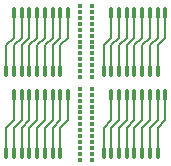
<source format=gbr>
G04 #@! TF.GenerationSoftware,KiCad,Pcbnew,5.1.5*
G04 #@! TF.CreationDate,2020-05-28T11:24:39+03:00*
G04 #@! TF.ProjectId,hc245t-bypass-panel,68633234-3574-42d6-9279-706173732d70,rev?*
G04 #@! TF.SameCoordinates,Original*
G04 #@! TF.FileFunction,Copper,L2,Bot*
G04 #@! TF.FilePolarity,Positive*
%FSLAX46Y46*%
G04 Gerber Fmt 4.6, Leading zero omitted, Abs format (unit mm)*
G04 Created by KiCad (PCBNEW 5.1.5) date 2020-05-28 11:24:39*
%MOMM*%
%LPD*%
G04 APERTURE LIST*
%ADD10O,0.400000X1.000000*%
%ADD11C,0.400000*%
%ADD12C,0.200000*%
G04 APERTURE END LIST*
D10*
X20730000Y-20546000D03*
X20080000Y-20546000D03*
X20730000Y-25454000D03*
X23330000Y-25454000D03*
X23980000Y-20546000D03*
X22680000Y-25454000D03*
X22680000Y-20546000D03*
X19430000Y-20546000D03*
X18780000Y-25454000D03*
X21380000Y-25454000D03*
X23330000Y-20546000D03*
X21380000Y-20546000D03*
X22030000Y-20546000D03*
X19430000Y-25454000D03*
X22030000Y-25454000D03*
X20080000Y-25454000D03*
X21380000Y-32454000D03*
X23330000Y-32454000D03*
X19430000Y-32454000D03*
X20080000Y-32454000D03*
X23980000Y-27546000D03*
X22680000Y-32454000D03*
X20730000Y-32454000D03*
X20080000Y-27546000D03*
X23330000Y-27546000D03*
X18780000Y-32454000D03*
X20730000Y-27546000D03*
X19430000Y-27546000D03*
X21380000Y-27546000D03*
X22680000Y-27546000D03*
X22030000Y-27546000D03*
X22030000Y-32454000D03*
X28970000Y-27546000D03*
X28970000Y-32454000D03*
X27020000Y-32454000D03*
X31570000Y-27546000D03*
X30920000Y-32454000D03*
X30920000Y-27546000D03*
X32220000Y-27546000D03*
X31570000Y-32454000D03*
X28320000Y-32454000D03*
X29620000Y-27546000D03*
X30270000Y-27546000D03*
X27670000Y-27546000D03*
X27670000Y-32454000D03*
X30270000Y-32454000D03*
X29620000Y-32454000D03*
X28320000Y-27546000D03*
X31570000Y-25454000D03*
X32220000Y-20546000D03*
X30920000Y-25454000D03*
X31570000Y-20546000D03*
X30270000Y-25454000D03*
X30920000Y-20546000D03*
X29620000Y-25454000D03*
X30270000Y-20546000D03*
X28970000Y-25454000D03*
X29620000Y-20546000D03*
X28320000Y-25454000D03*
X28970000Y-20546000D03*
X27670000Y-25454000D03*
X28320000Y-20546000D03*
X27020000Y-25454000D03*
X27670000Y-20546000D03*
D11*
X25000000Y-20000000D03*
X26000000Y-20000000D03*
X25000000Y-20500000D03*
X26000000Y-20500000D03*
X25000000Y-21000000D03*
X26000000Y-21000000D03*
X25000000Y-21500000D03*
X26000000Y-21500000D03*
X25000000Y-22000000D03*
X26000000Y-22000000D03*
X25000000Y-22500000D03*
X26000000Y-22500000D03*
X25000000Y-23000000D03*
X26000000Y-23000000D03*
X25000000Y-23500000D03*
X26000000Y-23500000D03*
X25000000Y-24000000D03*
X26000000Y-24000000D03*
X25000000Y-24500000D03*
X26000000Y-24500000D03*
X25000000Y-25000000D03*
X26000000Y-25000000D03*
X25000000Y-25500000D03*
X26000000Y-25500000D03*
X25000000Y-26000000D03*
X26000000Y-26000000D03*
X25000000Y-27000000D03*
X26000000Y-27000000D03*
X25000000Y-27500000D03*
X26000000Y-27500000D03*
X25000000Y-28000000D03*
X26000000Y-28000000D03*
X25000000Y-28500000D03*
X26000000Y-28500000D03*
X25000000Y-29000000D03*
X26000000Y-29000000D03*
X25000000Y-29500000D03*
X26000000Y-29500000D03*
X25000000Y-30000000D03*
X26000000Y-30000000D03*
X25000000Y-30500000D03*
X26000000Y-30500000D03*
X25000000Y-31000000D03*
X26000000Y-31000000D03*
X25000000Y-31500000D03*
X26000000Y-31500000D03*
X25000000Y-32000000D03*
X26000000Y-32000000D03*
X25000000Y-32500000D03*
X26000000Y-32500000D03*
X25000000Y-33000000D03*
X26000000Y-33000000D03*
D12*
X27020000Y-25200000D02*
X27020000Y-23330000D01*
X27670000Y-22680000D02*
X27670000Y-20800000D01*
X27020000Y-23330000D02*
X27670000Y-22680000D01*
X27020000Y-30330000D02*
X27670000Y-29680000D01*
X27020000Y-32200000D02*
X27020000Y-30330000D01*
X27670000Y-29680000D02*
X27670000Y-27800000D01*
X23330000Y-30320000D02*
X23330000Y-32200000D01*
X23980000Y-29670000D02*
X23330000Y-30320000D01*
X23980000Y-27800000D02*
X23980000Y-29670000D01*
X23330000Y-23320000D02*
X23330000Y-25200000D01*
X23980000Y-22670000D02*
X23330000Y-23320000D01*
X23980000Y-20800000D02*
X23980000Y-22670000D01*
X28320000Y-22680000D02*
X28320000Y-20800000D01*
X27670000Y-25200000D02*
X27670000Y-23330000D01*
X27670000Y-23330000D02*
X28320000Y-22680000D01*
X27670000Y-30330000D02*
X28320000Y-29680000D01*
X27670000Y-32200000D02*
X27670000Y-30330000D01*
X28320000Y-29680000D02*
X28320000Y-27800000D01*
X23330000Y-27800000D02*
X23330000Y-29670000D01*
X23330000Y-29670000D02*
X22680000Y-30320000D01*
X22680000Y-30320000D02*
X22680000Y-32200000D01*
X22680000Y-23320000D02*
X22680000Y-25200000D01*
X23330000Y-20800000D02*
X23330000Y-22670000D01*
X23330000Y-22670000D02*
X22680000Y-23320000D01*
X28970000Y-22680000D02*
X28970000Y-20800000D01*
X28320000Y-25200000D02*
X28320000Y-23330000D01*
X28320000Y-23330000D02*
X28970000Y-22680000D01*
X28970000Y-29680000D02*
X28970000Y-27800000D01*
X28320000Y-32200000D02*
X28320000Y-30330000D01*
X28320000Y-30330000D02*
X28970000Y-29680000D01*
X22680000Y-27800000D02*
X22680000Y-29670000D01*
X22030000Y-30320000D02*
X22030000Y-32200000D01*
X22680000Y-29670000D02*
X22030000Y-30320000D01*
X22680000Y-22670000D02*
X22030000Y-23320000D01*
X22030000Y-23320000D02*
X22030000Y-25200000D01*
X22680000Y-20800000D02*
X22680000Y-22670000D01*
X29620000Y-22680000D02*
X29620000Y-20800000D01*
X28970000Y-25200000D02*
X28970000Y-23330000D01*
X28970000Y-23330000D02*
X29620000Y-22680000D01*
X28970000Y-32200000D02*
X28970000Y-30330000D01*
X28970000Y-30330000D02*
X29620000Y-29680000D01*
X29620000Y-29680000D02*
X29620000Y-27800000D01*
X22030000Y-29670000D02*
X21380000Y-30320000D01*
X21380000Y-30320000D02*
X21380000Y-32200000D01*
X22030000Y-27800000D02*
X22030000Y-29670000D01*
X21380000Y-23320000D02*
X21380000Y-25200000D01*
X22030000Y-22670000D02*
X21380000Y-23320000D01*
X22030000Y-20800000D02*
X22030000Y-22670000D01*
X30270000Y-22680000D02*
X30270000Y-20800000D01*
X29620000Y-25200000D02*
X29620000Y-23330000D01*
X29620000Y-23330000D02*
X30270000Y-22680000D01*
X29620000Y-30330000D02*
X30270000Y-29680000D01*
X30270000Y-29680000D02*
X30270000Y-27800000D01*
X29620000Y-32200000D02*
X29620000Y-30330000D01*
X21380000Y-27800000D02*
X21380000Y-29670000D01*
X20730000Y-30320000D02*
X20730000Y-32200000D01*
X21380000Y-29670000D02*
X20730000Y-30320000D01*
X20730000Y-23320000D02*
X20730000Y-25200000D01*
X21380000Y-22670000D02*
X20730000Y-23320000D01*
X21380000Y-20800000D02*
X21380000Y-22670000D01*
X30920000Y-22680000D02*
X30920000Y-20800000D01*
X30270000Y-25200000D02*
X30270000Y-23330000D01*
X30270000Y-23330000D02*
X30920000Y-22680000D01*
X30270000Y-32200000D02*
X30270000Y-30330000D01*
X30270000Y-30330000D02*
X30920000Y-29680000D01*
X30920000Y-29680000D02*
X30920000Y-27800000D01*
X20080000Y-30320000D02*
X20080000Y-32200000D01*
X20730000Y-29670000D02*
X20080000Y-30320000D01*
X20730000Y-27800000D02*
X20730000Y-29670000D01*
X20730000Y-20800000D02*
X20730000Y-22670000D01*
X20080000Y-23320000D02*
X20080000Y-25200000D01*
X20730000Y-22670000D02*
X20080000Y-23320000D01*
X31570000Y-22680000D02*
X31570000Y-20800000D01*
X30920000Y-25200000D02*
X30920000Y-23330000D01*
X30920000Y-23330000D02*
X31570000Y-22680000D01*
X30920000Y-30330000D02*
X31570000Y-29680000D01*
X31570000Y-29680000D02*
X31570000Y-27800000D01*
X30920000Y-32200000D02*
X30920000Y-30330000D01*
X20080000Y-29670000D02*
X19430000Y-30320000D01*
X20080000Y-27800000D02*
X20080000Y-29670000D01*
X19430000Y-30320000D02*
X19430000Y-32200000D01*
X20080000Y-22670000D02*
X19430000Y-23320000D01*
X20080000Y-20800000D02*
X20080000Y-22670000D01*
X19430000Y-23320000D02*
X19430000Y-25200000D01*
X32220000Y-22680000D02*
X32220000Y-20800000D01*
X31570000Y-25200000D02*
X31570000Y-23330000D01*
X31570000Y-23330000D02*
X32220000Y-22680000D01*
X32220000Y-29680000D02*
X32220000Y-27800000D01*
X31570000Y-32200000D02*
X31570000Y-30330000D01*
X31570000Y-30330000D02*
X32220000Y-29680000D01*
X19430000Y-27800000D02*
X19430000Y-29670000D01*
X19430000Y-29670000D02*
X18780000Y-30320000D01*
X18780000Y-30320000D02*
X18780000Y-32200000D01*
X18780000Y-23320000D02*
X18780000Y-25200000D01*
X19430000Y-20800000D02*
X19430000Y-22670000D01*
X19430000Y-22670000D02*
X18780000Y-23320000D01*
M02*

</source>
